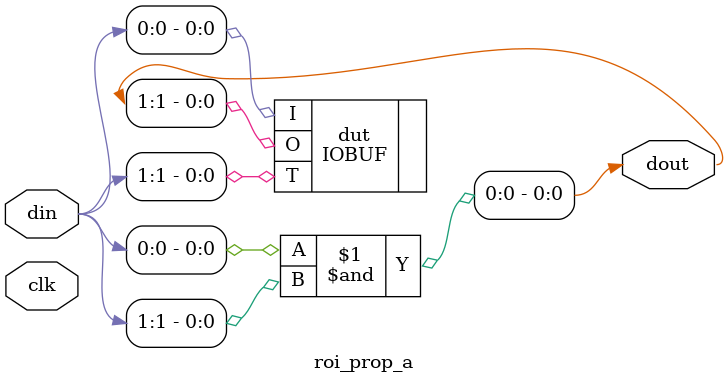
<source format=v>
module roi_prop_a(input clk, input [255:0] din, output [255:0] dout);
    assign dout[0] = din[0] & din[1];
    //(* LOC="D19", KEEP, DONT_TOUCH *)
    (* KEEP, DONT_TOUCH *)
    IOBUF #(
        .DRIVE(8),
        .IBUF_LOW_PWR("TRUE"),
        .IOSTANDARD("DEFAULT"),
        .SLEW("SLOW")
    ) dut (
        .O(dout[1]),
        .I(din[0]),
        .T(din[1]));
endmodule
</source>
